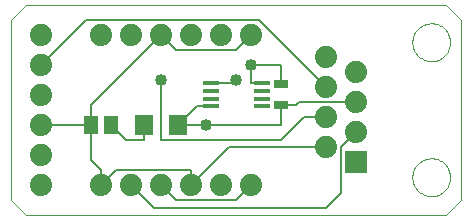
<source format=gtl>
G75*
G70*
%OFA0B0*%
%FSLAX24Y24*%
%IPPOS*%
%LPD*%
%AMOC8*
5,1,8,0,0,1.08239X$1,22.5*
%
%ADD10C,0.0000*%
%ADD11C,0.0740*%
%ADD12R,0.0740X0.0740*%
%ADD13R,0.0512X0.0591*%
%ADD14R,0.0630X0.0710*%
%ADD15R,0.0472X0.0315*%
%ADD16R,0.0531X0.0157*%
%ADD17C,0.0080*%
%ADD18C,0.0400*%
D10*
X000600Y000200D02*
X014600Y000200D01*
X015100Y000700D01*
X015100Y006700D01*
X014600Y007200D01*
X000600Y007200D01*
X000100Y006700D01*
X000100Y000700D01*
X000600Y000200D01*
X013470Y001450D02*
X013472Y001500D01*
X013478Y001550D01*
X013488Y001599D01*
X013502Y001647D01*
X013519Y001694D01*
X013540Y001739D01*
X013565Y001783D01*
X013593Y001824D01*
X013625Y001863D01*
X013659Y001900D01*
X013696Y001934D01*
X013736Y001964D01*
X013778Y001991D01*
X013822Y002015D01*
X013868Y002036D01*
X013915Y002052D01*
X013963Y002065D01*
X014013Y002074D01*
X014062Y002079D01*
X014113Y002080D01*
X014163Y002077D01*
X014212Y002070D01*
X014261Y002059D01*
X014309Y002044D01*
X014355Y002026D01*
X014400Y002004D01*
X014443Y001978D01*
X014484Y001949D01*
X014523Y001917D01*
X014559Y001882D01*
X014591Y001844D01*
X014621Y001804D01*
X014648Y001761D01*
X014671Y001717D01*
X014690Y001671D01*
X014706Y001623D01*
X014718Y001574D01*
X014726Y001525D01*
X014730Y001475D01*
X014730Y001425D01*
X014726Y001375D01*
X014718Y001326D01*
X014706Y001277D01*
X014690Y001229D01*
X014671Y001183D01*
X014648Y001139D01*
X014621Y001096D01*
X014591Y001056D01*
X014559Y001018D01*
X014523Y000983D01*
X014484Y000951D01*
X014443Y000922D01*
X014400Y000896D01*
X014355Y000874D01*
X014309Y000856D01*
X014261Y000841D01*
X014212Y000830D01*
X014163Y000823D01*
X014113Y000820D01*
X014062Y000821D01*
X014013Y000826D01*
X013963Y000835D01*
X013915Y000848D01*
X013868Y000864D01*
X013822Y000885D01*
X013778Y000909D01*
X013736Y000936D01*
X013696Y000966D01*
X013659Y001000D01*
X013625Y001037D01*
X013593Y001076D01*
X013565Y001117D01*
X013540Y001161D01*
X013519Y001206D01*
X013502Y001253D01*
X013488Y001301D01*
X013478Y001350D01*
X013472Y001400D01*
X013470Y001450D01*
X013470Y005950D02*
X013472Y006000D01*
X013478Y006050D01*
X013488Y006099D01*
X013502Y006147D01*
X013519Y006194D01*
X013540Y006239D01*
X013565Y006283D01*
X013593Y006324D01*
X013625Y006363D01*
X013659Y006400D01*
X013696Y006434D01*
X013736Y006464D01*
X013778Y006491D01*
X013822Y006515D01*
X013868Y006536D01*
X013915Y006552D01*
X013963Y006565D01*
X014013Y006574D01*
X014062Y006579D01*
X014113Y006580D01*
X014163Y006577D01*
X014212Y006570D01*
X014261Y006559D01*
X014309Y006544D01*
X014355Y006526D01*
X014400Y006504D01*
X014443Y006478D01*
X014484Y006449D01*
X014523Y006417D01*
X014559Y006382D01*
X014591Y006344D01*
X014621Y006304D01*
X014648Y006261D01*
X014671Y006217D01*
X014690Y006171D01*
X014706Y006123D01*
X014718Y006074D01*
X014726Y006025D01*
X014730Y005975D01*
X014730Y005925D01*
X014726Y005875D01*
X014718Y005826D01*
X014706Y005777D01*
X014690Y005729D01*
X014671Y005683D01*
X014648Y005639D01*
X014621Y005596D01*
X014591Y005556D01*
X014559Y005518D01*
X014523Y005483D01*
X014484Y005451D01*
X014443Y005422D01*
X014400Y005396D01*
X014355Y005374D01*
X014309Y005356D01*
X014261Y005341D01*
X014212Y005330D01*
X014163Y005323D01*
X014113Y005320D01*
X014062Y005321D01*
X014013Y005326D01*
X013963Y005335D01*
X013915Y005348D01*
X013868Y005364D01*
X013822Y005385D01*
X013778Y005409D01*
X013736Y005436D01*
X013696Y005466D01*
X013659Y005500D01*
X013625Y005537D01*
X013593Y005576D01*
X013565Y005617D01*
X013540Y005661D01*
X013519Y005706D01*
X013502Y005753D01*
X013488Y005801D01*
X013478Y005850D01*
X013472Y005900D01*
X013470Y005950D01*
D11*
X011600Y004950D03*
X010600Y004450D03*
X011600Y003950D03*
X010600Y003450D03*
X011600Y002950D03*
X010600Y002450D03*
X008100Y001200D03*
X007100Y001200D03*
X006100Y001200D03*
X005100Y001200D03*
X004100Y001200D03*
X003100Y001200D03*
X001100Y001200D03*
X001100Y002200D03*
X001100Y003200D03*
X001100Y004200D03*
X001100Y005200D03*
X001100Y006200D03*
X003100Y006200D03*
X004100Y006200D03*
X005100Y006200D03*
X006100Y006200D03*
X007100Y006200D03*
X008100Y006200D03*
X010600Y005450D03*
D12*
X011600Y001950D03*
D13*
X003435Y003200D03*
X002765Y003200D03*
D14*
X004540Y003200D03*
X005660Y003200D03*
D15*
X009100Y003846D03*
X009100Y004554D03*
D16*
X008456Y004584D03*
X008456Y004328D03*
X008456Y004072D03*
X008456Y003816D03*
X006744Y003816D03*
X006744Y004072D03*
X006744Y004328D03*
X006744Y004584D03*
D17*
X007484Y004584D01*
X007600Y004700D01*
X008100Y004584D02*
X008456Y004584D01*
X008100Y004584D02*
X008100Y005200D01*
X009100Y005200D01*
X009100Y004554D01*
X009704Y003950D02*
X011600Y003950D01*
X010600Y004450D02*
X008350Y006700D01*
X002600Y006700D01*
X001100Y005200D01*
X002765Y003865D02*
X005100Y006200D01*
X005600Y005700D01*
X007600Y005700D01*
X008100Y006200D01*
X005100Y004700D02*
X005100Y002700D01*
X009100Y002700D01*
X009850Y003450D01*
X010600Y003450D01*
X009704Y003950D02*
X009600Y003846D01*
X009100Y003846D01*
X009100Y003200D01*
X006600Y003200D01*
X005660Y003200D01*
X006276Y003816D01*
X006744Y003816D01*
X004540Y003200D02*
X004540Y002700D01*
X003935Y002700D01*
X003435Y003200D01*
X002765Y003200D02*
X001100Y003200D01*
X002765Y003200D02*
X002765Y003865D01*
X002765Y003200D02*
X002765Y002035D01*
X003100Y001700D01*
X003100Y001200D01*
X003600Y001700D01*
X006100Y001700D01*
X006100Y001200D01*
X007350Y002450D01*
X010600Y002450D01*
X011100Y002450D02*
X011600Y002950D01*
X011100Y002450D02*
X011100Y000930D01*
X010600Y000430D01*
X004870Y000430D01*
X004100Y001200D01*
X005100Y001200D02*
X005600Y000700D01*
X007600Y000700D01*
X008100Y001200D01*
D18*
X006600Y003200D03*
X007600Y004700D03*
X008100Y005200D03*
X005100Y004700D03*
M02*

</source>
